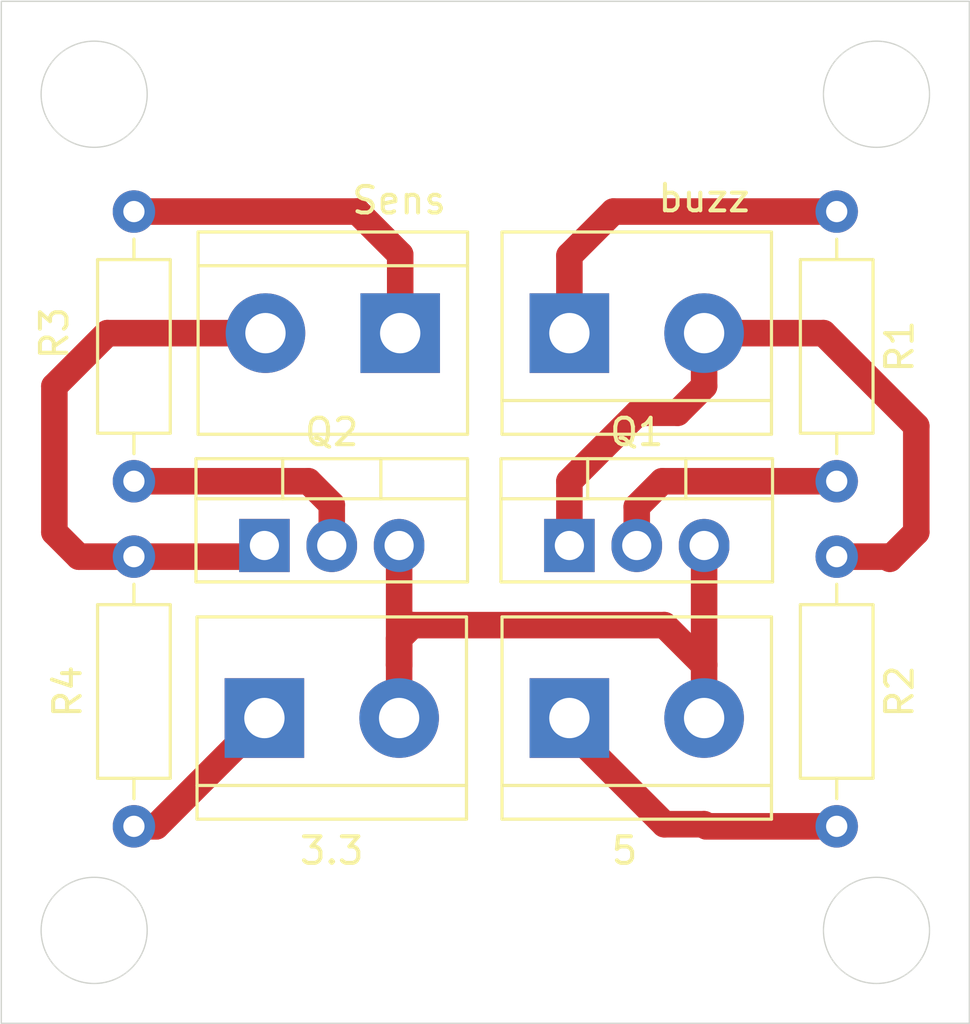
<source format=kicad_pcb>
(kicad_pcb (version 20240108) (generator "pcbnew") (generator_version "8.0")
  (layers (0 "F.Cu" signal) (31 "B.Cu" signal) (34 "B.Paste" user) (35 "F.Paste" user) (36 "B.SilkS" user "B.Silkscreen") (37 "F.SilkS" user "F.Silkscreen") (38 "B.Mask" user) (39 "F.Mask" user) (44 "Edge.Cuts" user))
  (net 0 "")
  (net 1 "Net-(IN1-Pin_1)")
  (net 2 "GND")
  (net 3 "/buzz")
  (net 4 "Net-(Q1-G)")
  (net 5 "/ESP_sens")
  (net 6 "Net-(Q2-G)")
  (net 7 "+5V")
  (net 8 "Net-(Sens1-Pin_1)")
  (net 9 "+3.3V")
  (footprint "Resistor_THT:R_Axial_DIN0207_L6.3mm_D2.5mm_P10.16mm_Horizontal" (layer "F.Cu") (at 192 43.42 -90)
    (property "Reference" "R3" (at 4.58 3 90) (layer "F.SilkS"))
    (property "Value" "R")
    (fp_line (start 1.81 1.37) (end 8.35 1.37) (stroke (width 0.12)) (layer "F.SilkS"))
    (fp_line (start 8.35 1.37) (end 8.35 -1.37) (stroke (width 0.12)) (layer "F.SilkS"))
    (fp_line (start 1.04 0) (end 1.81 0) (stroke (width 0.12)) (layer "F.SilkS"))
    (fp_line (start 9.12 0) (end 8.35 0) (stroke (width 0.12)) (layer "F.SilkS"))
    (fp_line (start 1.81 -1.37) (end 1.81 1.37) (stroke (width 0.12)) (layer "F.SilkS"))
    (fp_line (start 8.35 -1.37) (end 1.81 -1.37) (stroke (width 0.12)) (layer "F.SilkS"))
    (pad "1" thru_hole circle (at 0 0 270) (size 1.6 1.6) (drill 0.8) (layers "*.Cu" "*.Mask") (net 8 "Net-(Sens1-Pin_1)"))
    (pad "2" thru_hole oval (at 10.16 0 270) (size 1.6 1.6) (drill 0.8) (layers "*.Cu" "*.Mask") (net 6 "Net-(Q2-G)"))
  )
  (footprint "Resistor_THT:R_Axial_DIN0207_L6.3mm_D2.5mm_P10.16mm_Horizontal" (layer "F.Cu") (at 218.5 56.42 -90)
    (property "Reference" "R2" (at 5.08 -2.37 90) (layer "F.SilkS"))
    (property "Value" "R")
    (fp_line (start 1.81 1.37) (end 8.35 1.37) (stroke (width 0.12)) (layer "F.SilkS"))
    (fp_line (start 8.35 1.37) (end 8.35 -1.37) (stroke (width 0.12)) (layer "F.SilkS"))
    (fp_line (start 1.04 0) (end 1.81 0) (stroke (width 0.12)) (layer "F.SilkS"))
    (fp_line (start 9.12 0) (end 8.35 0) (stroke (width 0.12)) (layer "F.SilkS"))
    (fp_line (start 1.81 -1.37) (end 1.81 1.37) (stroke (width 0.12)) (layer "F.SilkS"))
    (fp_line (start 8.35 -1.37) (end 1.81 -1.37) (stroke (width 0.12)) (layer "F.SilkS"))
    (pad "1" thru_hole circle (at 0 0 270) (size 1.6 1.6) (drill 0.8) (layers "*.Cu" "*.Mask") (net 3 "/buzz"))
    (pad "2" thru_hole oval (at 10.16 0 270) (size 1.6 1.6) (drill 0.8) (layers "*.Cu" "*.Mask") (net 7 "+5V"))
  )
  (footprint "TerminalBlock:TerminalBlock_bornier-2_P5.08mm" (layer "F.Cu") (at 202.04 48 180)
    (property "Reference" "Sens" (at 0.04 5 0) (layer "F.SilkS"))
    (property "Value" "Conn_01x02_Pin")
    (fp_line (start 7.62 3.81) (end 7.62 -3.81) (stroke (width 0.12)) (layer "F.SilkS"))
    (fp_line (start 7.62 2.54) (end -2.54 2.54) (stroke (width 0.12)) (layer "F.SilkS"))
    (fp_line (start 7.62 -3.81) (end -2.54 -3.81) (stroke (width 0.12)) (layer "F.SilkS"))
    (fp_line (start -2.54 3.81) (end 7.62 3.81) (stroke (width 0.12)) (layer "F.SilkS"))
    (fp_line (start -2.54 -3.81) (end -2.54 3.81) (stroke (width 0.12)) (layer "F.SilkS"))
    (pad "1" thru_hole rect (at 0 0 180) (size 3 3) (drill 1.52) (layers "*.Cu" "*.Mask") (net 8 "Net-(Sens1-Pin_1)"))
    (pad "2" thru_hole circle (at 5.08 0 180) (size 3 3) (drill 1.52) (layers "*.Cu" "*.Mask") (net 5 "/ESP_sens"))
  )
  (footprint "Package_TO_SOT_THT:TO-220-3_Vertical" (layer "F.Cu") (at 208.42 56)
    (property "Reference" "Q1" (at 2.54 -4.27 0) (layer "F.SilkS"))
    (property "Value" "NMOS")
    (fp_line (start -2.58 -3.27) (end -2.58 1.371) (stroke (width 0.12)) (layer "F.SilkS"))
    (fp_line (start -2.58 -3.27) (end 7.66 -3.27) (stroke (width 0.12)) (layer "F.SilkS"))
    (fp_line (start -2.58 -1.76) (end 7.66 -1.76) (stroke (width 0.12)) (layer "F.SilkS"))
    (fp_line (start -2.58 1.371) (end 7.66 1.371) (stroke (width 0.12)) (layer "F.SilkS"))
    (fp_line (start 0.69 -3.27) (end 0.69 -1.76) (stroke (width 0.12)) (layer "F.SilkS"))
    (fp_line (start 4.391 -3.27) (end 4.391 -1.76) (stroke (width 0.12)) (layer "F.SilkS"))
    (fp_line (start 7.66 -3.27) (end 7.66 1.371) (stroke (width 0.12)) (layer "F.SilkS"))
    (pad "1" thru_hole rect (at 0 0) (size 1.905 2) (drill 1.1) (layers "*.Cu" "*.Mask") (net 3 "/buzz"))
    (pad "2" thru_hole oval (at 2.54 0) (size 1.905 2) (drill 1.1) (layers "*.Cu" "*.Mask") (net 4 "Net-(Q1-G)"))
    (pad "3" thru_hole oval (at 5.08 0) (size 1.905 2) (drill 1.1) (layers "*.Cu" "*.Mask") (net 2 "GND"))
  )
  (footprint "Package_TO_SOT_THT:TO-220-3_Vertical" (layer "F.Cu") (at 196.92 56)
    (property "Reference" "Q2" (at 2.54 -4.27 0) (layer "F.SilkS"))
    (property "Value" "NMOS")
    (fp_line (start -2.58 -3.27) (end -2.58 1.371) (stroke (width 0.12)) (layer "F.SilkS"))
    (fp_line (start -2.58 -3.27) (end 7.66 -3.27) (stroke (width 0.12)) (layer "F.SilkS"))
    (fp_line (start -2.58 -1.76) (end 7.66 -1.76) (stroke (width 0.12)) (layer "F.SilkS"))
    (fp_line (start -2.58 1.371) (end 7.66 1.371) (stroke (width 0.12)) (layer "F.SilkS"))
    (fp_line (start 0.69 -3.27) (end 0.69 -1.76) (stroke (width 0.12)) (layer "F.SilkS"))
    (fp_line (start 4.391 -3.27) (end 4.391 -1.76) (stroke (width 0.12)) (layer "F.SilkS"))
    (fp_line (start 7.66 -3.27) (end 7.66 1.371) (stroke (width 0.12)) (layer "F.SilkS"))
    (pad "1" thru_hole rect (at 0 0) (size 1.905 2) (drill 1.1) (layers "*.Cu" "*.Mask") (net 5 "/ESP_sens"))
    (pad "2" thru_hole oval (at 2.54 0) (size 1.905 2) (drill 1.1) (layers "*.Cu" "*.Mask") (net 6 "Net-(Q2-G)"))
    (pad "3" thru_hole oval (at 5.08 0) (size 1.905 2) (drill 1.1) (layers "*.Cu" "*.Mask") (net 2 "GND"))
  )
  (footprint "Resistor_THT:R_Axial_DIN0207_L6.3mm_D2.5mm_P10.16mm_Horizontal" (layer "F.Cu") (at 218.5 43.42 -90)
    (property "Reference" "R1" (at 5.08 -2.37 90) (layer "F.SilkS"))
    (property "Value" "R")
    (fp_line (start 1.81 1.37) (end 8.35 1.37) (stroke (width 0.12)) (layer "F.SilkS"))
    (fp_line (start 8.35 1.37) (end 8.35 -1.37) (stroke (width 0.12)) (layer "F.SilkS"))
    (fp_line (start 1.04 0) (end 1.81 0) (stroke (width 0.12)) (layer "F.SilkS"))
    (fp_line (start 9.12 0) (end 8.35 0) (stroke (width 0.12)) (layer "F.SilkS"))
    (fp_line (start 1.81 -1.37) (end 1.81 1.37) (stroke (width 0.12)) (layer "F.SilkS"))
    (fp_line (start 8.35 -1.37) (end 1.81 -1.37) (stroke (width 0.12)) (layer "F.SilkS"))
    (pad "1" thru_hole circle (at 0 0 270) (size 1.6 1.6) (drill 0.8) (layers "*.Cu" "*.Mask") (net 1 "Net-(IN1-Pin_1)"))
    (pad "2" thru_hole oval (at 10.16 0 270) (size 1.6 1.6) (drill 0.8) (layers "*.Cu" "*.Mask") (net 4 "Net-(Q1-G)"))
  )
  (footprint "Resistor_THT:R_Axial_DIN0207_L6.3mm_D2.5mm_P10.16mm_Horizontal" (layer "F.Cu") (at 192 56.42 -90)
    (property "Reference" "R4" (at 5.08 2.5 90) (layer "F.SilkS"))
    (property "Value" "R")
    (fp_line (start 1.81 1.37) (end 8.35 1.37) (stroke (width 0.12)) (layer "F.SilkS"))
    (fp_line (start 8.35 1.37) (end 8.35 -1.37) (stroke (width 0.12)) (layer "F.SilkS"))
    (fp_line (start 1.04 0) (end 1.81 0) (stroke (width 0.12)) (layer "F.SilkS"))
    (fp_line (start 9.12 0) (end 8.35 0) (stroke (width 0.12)) (layer "F.SilkS"))
    (fp_line (start 1.81 -1.37) (end 1.81 1.37) (stroke (width 0.12)) (layer "F.SilkS"))
    (fp_line (start 8.35 -1.37) (end 1.81 -1.37) (stroke (width 0.12)) (layer "F.SilkS"))
    (pad "1" thru_hole circle (at 0 0 270) (size 1.6 1.6) (drill 0.8) (layers "*.Cu" "*.Mask") (net 5 "/ESP_sens"))
    (pad "2" thru_hole oval (at 10.16 0 270) (size 1.6 1.6) (drill 0.8) (layers "*.Cu" "*.Mask") (net 9 "+3.3V"))
  )
  (footprint "TerminalBlock:TerminalBlock_bornier-2_P5.08mm" (layer "F.Cu") (at 208.42 48)
    (property "Reference" "buzz" (at 5.08 -5.08 0) (layer "F.SilkS"))
    (property "Value" "Conn_01x02_Pin")
    (fp_line (start -2.54 -3.81) (end -2.54 3.81) (stroke (width 0.12)) (layer "F.SilkS"))
    (fp_line (start -2.54 3.81) (end 7.62 3.81) (stroke (width 0.12)) (layer "F.SilkS"))
    (fp_line (start 7.62 -3.81) (end -2.54 -3.81) (stroke (width 0.12)) (layer "F.SilkS"))
    (fp_line (start 7.62 2.54) (end -2.54 2.54) (stroke (width 0.12)) (layer "F.SilkS"))
    (fp_line (start 7.62 3.81) (end 7.62 -3.81) (stroke (width 0.12)) (layer "F.SilkS"))
    (pad "1" thru_hole rect (at 0 0) (size 3 3) (drill 1.52) (layers "*.Cu" "*.Mask") (net 1 "Net-(IN1-Pin_1)"))
    (pad "2" thru_hole circle (at 5.08 0) (size 3 3) (drill 1.52) (layers "*.Cu" "*.Mask") (net 3 "/buzz"))
  )
  (footprint "TerminalBlock:TerminalBlock_bornier-2_P5.08mm" (layer "F.Cu") (at 196.92 62.5)
    (property "Reference" "3.3" (at 2.54 5 0) (layer "F.SilkS"))
    (property "Value" "Conn_01x02_Pin")
    (fp_line (start -2.54 -3.81) (end -2.54 3.81) (stroke (width 0.12)) (layer "F.SilkS"))
    (fp_line (start -2.54 3.81) (end 7.62 3.81) (stroke (width 0.12)) (layer "F.SilkS"))
    (fp_line (start 7.62 -3.81) (end -2.54 -3.81) (stroke (width 0.12)) (layer "F.SilkS"))
    (fp_line (start 7.62 2.54) (end -2.54 2.54) (stroke (width 0.12)) (layer "F.SilkS"))
    (fp_line (start 7.62 3.81) (end 7.62 -3.81) (stroke (width 0.12)) (layer "F.SilkS"))
    (pad "1" thru_hole rect (at 0 0) (size 3 3) (drill 1.52) (layers "*.Cu" "*.Mask") (net 9 "+3.3V"))
    (pad "2" thru_hole circle (at 5.08 0) (size 3 3) (drill 1.52) (layers "*.Cu" "*.Mask") (net 2 "GND"))
  )
  (footprint "TerminalBlock:TerminalBlock_bornier-2_P5.08mm" (layer "F.Cu") (at 208.42 62.5)
    (property "Reference" "5" (at 2.08 5 0) (layer "F.SilkS"))
    (property "Value" "Conn_01x02_Pin")
    (fp_line (start -2.54 -3.81) (end -2.54 3.81) (stroke (width 0.12)) (layer "F.SilkS"))
    (fp_line (start -2.54 3.81) (end 7.62 3.81) (stroke (width 0.12)) (layer "F.SilkS"))
    (fp_line (start 7.62 -3.81) (end -2.54 -3.81) (stroke (width 0.12)) (layer "F.SilkS"))
    (fp_line (start 7.62 2.54) (end -2.54 2.54) (stroke (width 0.12)) (layer "F.SilkS"))
    (fp_line (start 7.62 3.81) (end 7.62 -3.81) (stroke (width 0.12)) (layer "F.SilkS"))
    (pad "1" thru_hole rect (at 0 0) (size 3 3) (drill 1.52) (layers "*.Cu" "*.Mask") (net 7 "+5V"))
    (pad "2" thru_hole circle (at 5.08 0) (size 3 3) (drill 1.52) (layers "*.Cu" "*.Mask") (net 2 "GND"))
  )
  (gr_circle (center 190.5 39) (end 192.5 39) (stroke (width 0.05)) (fill none) (layer "Edge.Cuts"))
  (gr_circle (center 190.5 70.5) (end 192.5 70.5) (stroke (width 0.05)) (fill none) (layer "Edge.Cuts"))
  (gr_circle (center 220 39) (end 222 39) (stroke (width 0.05)) (fill none) (layer "Edge.Cuts"))
  (gr_circle (center 220 70.5) (end 222 70.5) (stroke (width 0.05)) (fill none) (layer "Edge.Cuts"))
  (gr_rect (start 187 35.5) (end 223.5 74) (stroke (width 0.05)) (fill none) (layer "Edge.Cuts"))
  (segment (start 208.42 48) (end 208.42 45.08) (width 1) (layer "F.Cu") (net 1))
  (segment (start 208.42 45.08) (end 210.08 43.42) (width 1) (layer "F.Cu") (net 1))
  (segment (start 210.08 43.42) (end 218.5 43.42) (width 1) (layer "F.Cu") (net 1))
  (segment (start 213.5 62.5) (end 213.5 60.5) (width 1) (layer "F.Cu") (net 2))
  (segment (start 202.5 59) (end 212 59) (width 1) (layer "F.Cu") (net 2))
  (segment (start 202 56) (end 202 60.5) (width 1) (layer "F.Cu") (net 2))
  (segment (start 202 59.5) (end 202.5 59) (width 1) (layer "F.Cu") (net 2))
  (segment (start 202 62.5) (end 202 60.5) (width 1) (layer "F.Cu") (net 2))
  (segment (start 202 60.5) (end 202 59.5) (width 1) (layer "F.Cu") (net 2))
  (segment (start 212 59) (end 213.5 60.5) (width 1) (layer "F.Cu") (net 2))
  (segment (start 213.5 60.5) (end 213.5 56) (width 1) (layer "F.Cu") (net 2))
  (segment (start 208.42 53.58) (end 211 51) (width 1) (layer "F.Cu") (net 3))
  (segment (start 221.5 55.5) (end 220.5 56.5) (width 1) (layer "F.Cu") (net 3))
  (segment (start 221.5 51.5) (end 221.5 55.5) (width 1) (layer "F.Cu") (net 3))
  (segment (start 220.5 56.5) (end 220.42 56.42) (width 1) (layer "F.Cu") (net 3))
  (segment (start 208.42 56) (end 208.42 53.58) (width 1) (layer "F.Cu") (net 3))
  (segment (start 218 48) (end 221.5 51.5) (width 1) (layer "F.Cu") (net 3))
  (segment (start 213.5 50) (end 213.5 48) (width 1) (layer "F.Cu") (net 3))
  (segment (start 213.5 48) (end 218 48) (width 1) (layer "F.Cu") (net 3))
  (segment (start 212.5 51) (end 213.5 50) (width 1) (layer "F.Cu") (net 3))
  (segment (start 211 51) (end 212.5 51) (width 1) (layer "F.Cu") (net 3))
  (segment (start 220.42 56.42) (end 218.5 56.42) (width 1) (layer "F.Cu") (net 3))
  (segment (start 211.92 53.58) (end 210.96 54.54) (width 1) (layer "F.Cu") (net 4))
  (segment (start 210.96 54.54) (end 210.96 56) (width 1) (layer "F.Cu") (net 4))
  (segment (start 218.5 53.58) (end 211.92 53.58) (width 1) (layer "F.Cu") (net 4))
  (segment (start 196.5 56.42) (end 196.92 56) (width 1) (layer "F.Cu") (net 5))
  (segment (start 191 48) (end 189 50) (width 1) (layer "F.Cu") (net 5))
  (segment (start 192 56.42) (end 196.5 56.42) (width 1) (layer "F.Cu") (net 5))
  (segment (start 189 50) (end 189 55.5) (width 1) (layer "F.Cu") (net 5))
  (segment (start 189 55.5) (end 189.92 56.42) (width 1) (layer "F.Cu") (net 5))
  (segment (start 189.92 56.42) (end 192 56.42) (width 1) (layer "F.Cu") (net 5))
  (segment (start 196.96 48) (end 191 48) (width 1) (layer "F.Cu") (net 5))
  (segment (start 192 53.58) (end 198.58 53.58) (width 1) (layer "F.Cu") (net 6))
  (segment (start 199.46 54.46) (end 199.46 56) (width 1) (layer "F.Cu") (net 6))
  (segment (start 198.58 53.58) (end 199.46 54.46) (width 1) (layer "F.Cu") (net 6))
  (segment (start 208.42 62.5) (end 208.42 62.92) (width 1) (layer "F.Cu") (net 7))
  (segment (start 213.58 66.58) (end 218.5 66.58) (width 1) (layer "F.Cu") (net 7))
  (segment (start 212 66.5) (end 213.5 66.5) (width 1) (layer "F.Cu") (net 7))
  (segment (start 208.42 62.92) (end 212 66.5) (width 1) (layer "F.Cu") (net 7))
  (segment (start 213.5 66.5) (end 213.58 66.58) (width 1) (layer "F.Cu") (net 7))
  (segment (start 200.42 43.42) (end 192 43.42) (width 1) (layer "F.Cu") (net 8))
  (segment (start 202.04 48) (end 202.04 45.04) (width 1) (layer "F.Cu") (net 8))
  (segment (start 202.04 45.04) (end 200.42 43.42) (width 1) (layer "F.Cu") (net 8))
  (segment (start 192 66.58) (end 192.84 66.58) (width 1) (layer "F.Cu") (net 9))
  (segment (start 192.84 66.58) (end 196.92 62.5) (width 1) (layer "F.Cu") (net 9))
)
</source>
